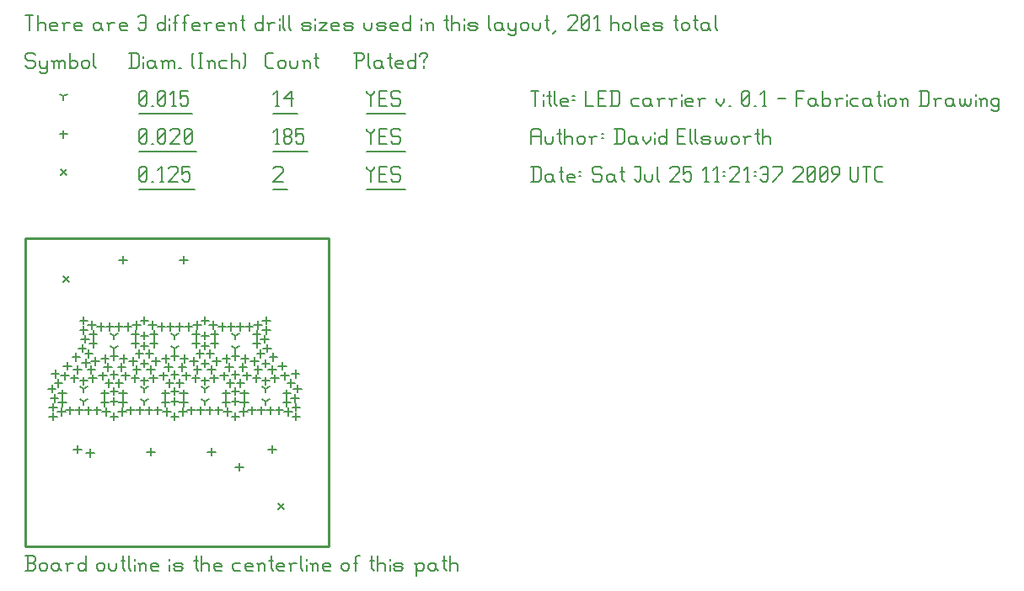
<source format=gbr>
G04 start of page 10 for group -3984 idx -3984 *
G04 Title: LED carrier v. 0.1, fab *
G04 Creator: pcb 1.99x *
G04 CreationDate: Sat Jul 25 11:21:37 2009 UTC *
G04 For: davidellsworth *
G04 Format: Gerber/RS-274X *
G04 PCB-Dimensions: 120000 122000 *
G04 PCB-Coordinate-Origin: lower left *
%MOIN*%
%FSLAX24Y24*%
%LNFAB*%
%ADD21C,0.0080*%
%ADD25C,0.0100*%
%ADD31C,0.0060*%
G54D21*X9980Y1720D02*X10220Y1480D01*
X9980D02*X10220Y1720D01*
X1480Y10720D02*X1720Y10480D01*
X1480D02*X1720Y10720D01*
X1380Y14945D02*X1620Y14705D01*
X1380D02*X1620Y14945D01*
G54D31*X13500Y15050D02*Y14975D01*
X13650Y14825D01*
X13800Y14975D01*
Y15050D02*Y14975D01*
X13650Y14825D02*Y14450D01*
X13980Y14750D02*X14205D01*
X13980Y14450D02*X14280D01*
X13980Y15050D02*Y14450D01*
Y15050D02*X14280D01*
X14760D02*X14835Y14975D01*
X14535Y15050D02*X14760D01*
X14460Y14975D02*X14535Y15050D01*
X14460Y14975D02*Y14825D01*
X14535Y14750D01*
X14760D01*
X14835Y14675D01*
Y14525D01*
X14760Y14450D02*X14835Y14525D01*
X14535Y14450D02*X14760D01*
X14460Y14525D02*X14535Y14450D01*
X13500Y14124D02*X15015D01*
X9800Y14975D02*X9875Y15050D01*
X10100D01*
X10175Y14975D01*
Y14825D01*
X9800Y14450D02*X10175Y14825D01*
X9800Y14450D02*X10175D01*
X9800Y14124D02*X10355D01*
X4500Y14525D02*X4575Y14450D01*
X4500Y14975D02*Y14525D01*
Y14975D02*X4575Y15050D01*
X4725D01*
X4800Y14975D01*
Y14525D01*
X4725Y14450D02*X4800Y14525D01*
X4575Y14450D02*X4725D01*
X4500Y14600D02*X4800Y14900D01*
X4980Y14450D02*X5055D01*
X5310D02*X5460D01*
X5385Y15050D02*Y14450D01*
X5235Y14900D02*X5385Y15050D01*
X5640Y14975D02*X5715Y15050D01*
X5940D01*
X6015Y14975D01*
Y14825D01*
X5640Y14450D02*X6015Y14825D01*
X5640Y14450D02*X6015D01*
X6195Y15050D02*X6495D01*
X6195D02*Y14750D01*
X6270Y14825D01*
X6420D01*
X6495Y14750D01*
Y14525D01*
X6420Y14450D02*X6495Y14525D01*
X6270Y14450D02*X6420D01*
X6195Y14525D02*X6270Y14450D01*
X4500Y14124D02*X6675D01*
X5699Y6630D02*Y6310D01*
X5539Y6470D02*X5859D01*
X5449Y6920D02*Y6600D01*
X5289Y6760D02*X5609D01*
X6200Y7260D02*Y6940D01*
X6040Y7100D02*X6360D01*
X6250Y11510D02*Y11190D01*
X6090Y11350D02*X6410D01*
X8450Y3310D02*Y2990D01*
X8290Y3150D02*X8610D01*
X1759Y5550D02*Y5230D01*
X1599Y5390D02*X1919D01*
X2380Y7429D02*Y7109D01*
X2220Y7269D02*X2540D01*
X3699Y6630D02*Y6310D01*
X3539Y6470D02*X3859D01*
X3949Y6920D02*Y6600D01*
X3789Y6760D02*X4109D01*
X3500Y5910D02*Y5590D01*
X3340Y5750D02*X3660D01*
X3500Y5310D02*Y4990D01*
X3340Y5150D02*X3660D01*
X3500Y6310D02*Y5990D01*
X3340Y6150D02*X3660D01*
X2550Y3860D02*Y3540D01*
X2390Y3700D02*X2710D01*
X4329Y6820D02*Y6500D01*
X4169Y6660D02*X4489D01*
X3859Y6220D02*Y5900D01*
X3699Y6060D02*X4019D01*
X1299Y6630D02*Y6310D01*
X1139Y6470D02*X1459D01*
X10760Y6409D02*Y6089D01*
X10600Y6249D02*X10920D01*
X3859Y5860D02*Y5540D01*
X3699Y5700D02*X4019D01*
X3809Y5490D02*Y5170D01*
X3649Y5330D02*X3969D01*
X4159Y5550D02*Y5230D01*
X3999Y5390D02*X4319D01*
X4519Y5550D02*Y5230D01*
X4359Y5390D02*X4679D01*
X1459Y6220D02*Y5900D01*
X1299Y6060D02*X1619D01*
X1139Y6040D02*Y5720D01*
X979Y5880D02*X1299D01*
X1089Y5680D02*Y5360D01*
X929Y5520D02*X1249D01*
X4699Y6720D02*Y6400D01*
X4539Y6560D02*X4859D01*
X5059Y6820D02*Y6500D01*
X4899Y6660D02*X5219D01*
X1459Y5860D02*Y5540D01*
X1299Y5700D02*X1619D01*
X1409Y5490D02*Y5170D01*
X1249Y5330D02*X1569D01*
X5529Y6220D02*Y5900D01*
X5369Y6060D02*X5689D01*
X5529Y5860D02*Y5540D01*
X5369Y5700D02*X5689D01*
X5579Y5490D02*Y5170D01*
X5419Y5330D02*X5739D01*
X5229Y5550D02*Y5230D01*
X5069Y5390D02*X5389D01*
X7350Y3910D02*Y3590D01*
X7190Y3750D02*X7510D01*
X4950Y3910D02*Y3590D01*
X4790Y3750D02*X5110D01*
X2050Y4010D02*Y3690D01*
X1890Y3850D02*X2210D01*
X9750Y4010D02*Y3690D01*
X9590Y3850D02*X9910D01*
X9560Y8010D02*Y7690D01*
X9400Y7850D02*X9720D01*
X2000Y7660D02*Y7340D01*
X1840Y7500D02*X2160D01*
X1650Y7310D02*Y6990D01*
X1490Y7150D02*X1810D01*
X9800Y7660D02*Y7340D01*
X9640Y7500D02*X9960D01*
X10150Y7310D02*Y6990D01*
X9990Y7150D02*X10310D01*
X10669Y6990D02*Y6670D01*
X10509Y6830D02*X10829D01*
X9500Y7410D02*Y7090D01*
X9340Y7250D02*X9660D01*
X2239Y8010D02*Y7690D01*
X2079Y7850D02*X2399D01*
X9510Y9109D02*Y8789D01*
X9350Y8949D02*X9670D01*
X9510Y8739D02*Y8419D01*
X9350Y8579D02*X9670D01*
X9460Y8379D02*Y8059D01*
X9300Y8219D02*X9620D01*
X10699Y5680D02*Y5360D01*
X10539Y5520D02*X10859D01*
X10649Y6040D02*Y5720D01*
X10489Y5880D02*X10809D01*
X10699Y5310D02*Y4990D01*
X10539Y5150D02*X10859D01*
X9750Y7160D02*Y6840D01*
X9590Y7000D02*X9910D01*
X9200Y7160D02*Y6840D01*
X9040Y7000D02*X9360D01*
X8300Y6960D02*Y6640D01*
X8140Y6800D02*X8460D01*
X9669Y5550D02*Y5230D01*
X9509Y5390D02*X9829D01*
X10029Y5550D02*Y5230D01*
X9869Y5390D02*X10189D01*
X10379Y5490D02*Y5170D01*
X10219Y5330D02*X10539D01*
X10329Y5860D02*Y5540D01*
X10169Y5700D02*X10489D01*
X10329Y6220D02*Y5900D01*
X10169Y6060D02*X10489D01*
X9859Y6820D02*Y6500D01*
X9699Y6660D02*X10019D01*
X9499Y6720D02*Y6400D01*
X9339Y6560D02*X9659D01*
X9319Y5550D02*Y5230D01*
X9159Y5390D02*X9479D01*
X8959Y5550D02*Y5230D01*
X8799Y5390D02*X9119D01*
X8609Y5490D02*Y5170D01*
X8449Y5330D02*X8769D01*
X8659Y5860D02*Y5540D01*
X8499Y5700D02*X8819D01*
X8659Y6220D02*Y5900D01*
X8499Y6060D02*X8819D01*
X9129Y6820D02*Y6500D01*
X8969Y6660D02*X9289D01*
X8300Y6310D02*Y5990D01*
X8140Y6150D02*X8460D01*
X8300Y5310D02*Y4990D01*
X8140Y5150D02*X8460D01*
X8300Y5910D02*Y5590D01*
X8140Y5750D02*X8460D01*
X8749Y6920D02*Y6600D01*
X8589Y6760D02*X8909D01*
X8499Y6630D02*Y6310D01*
X8339Y6470D02*X8659D01*
X10249Y6920D02*Y6600D01*
X10089Y6760D02*X10409D01*
X10499Y6630D02*Y6310D01*
X10339Y6470D02*X10659D01*
X7350Y7160D02*Y6840D01*
X7190Y7000D02*X7510D01*
X6800Y7160D02*Y6840D01*
X6640Y7000D02*X6960D01*
X5900Y6960D02*Y6640D01*
X5740Y6800D02*X6060D01*
X7269Y5550D02*Y5230D01*
X7109Y5390D02*X7429D01*
X7629Y5550D02*Y5230D01*
X7469Y5390D02*X7789D01*
X7979Y5490D02*Y5170D01*
X7819Y5330D02*X8139D01*
X7929Y5860D02*Y5540D01*
X7769Y5700D02*X8089D01*
X7929Y6220D02*Y5900D01*
X7769Y6060D02*X8089D01*
X7459Y6820D02*Y6500D01*
X7299Y6660D02*X7619D01*
X7099Y6720D02*Y6400D01*
X6939Y6560D02*X7259D01*
X6919Y5550D02*Y5230D01*
X6759Y5390D02*X7079D01*
X6559Y5550D02*Y5230D01*
X6399Y5390D02*X6719D01*
X6209Y5490D02*Y5170D01*
X6049Y5330D02*X6369D01*
X6259Y5860D02*Y5540D01*
X6099Y5700D02*X6419D01*
X6259Y6220D02*Y5900D01*
X6099Y6060D02*X6419D01*
X6729Y6820D02*Y6500D01*
X6569Y6660D02*X6889D01*
X5900Y6310D02*Y5990D01*
X5740Y6150D02*X6060D01*
X5900Y5310D02*Y4990D01*
X5740Y5150D02*X6060D01*
X5900Y5910D02*Y5590D01*
X5740Y5750D02*X6060D01*
X6349Y6920D02*Y6600D01*
X6189Y6760D02*X6509D01*
X6099Y6630D02*Y6310D01*
X5939Y6470D02*X6259D01*
X7849Y6920D02*Y6600D01*
X7689Y6760D02*X8009D01*
X8099Y6630D02*Y6310D01*
X7939Y6470D02*X8259D01*
X7100Y9110D02*Y8790D01*
X6940Y8950D02*X7260D01*
X7100Y8510D02*Y8190D01*
X6940Y8350D02*X7260D01*
X7100Y7410D02*Y7090D01*
X6940Y7250D02*X7260D01*
X8840Y8869D02*Y8549D01*
X8680Y8709D02*X9000D01*
X8480Y8869D02*Y8549D01*
X8320Y8709D02*X8640D01*
X9190Y8929D02*Y8609D01*
X9030Y8769D02*X9350D01*
X9140Y8559D02*Y8239D01*
X8980Y8399D02*X9300D01*
X9050Y7499D02*Y7179D01*
X8890Y7339D02*X9210D01*
X8130Y8869D02*Y8549D01*
X7970Y8709D02*X8290D01*
X7770Y8869D02*Y8549D01*
X7610Y8709D02*X7930D01*
X7420Y8929D02*Y8609D01*
X7260Y8769D02*X7580D01*
X7470Y8559D02*Y8239D01*
X7310Y8399D02*X7630D01*
X7470Y8199D02*Y7879D01*
X7310Y8039D02*X7630D01*
X7300Y7789D02*Y7469D01*
X7140Y7629D02*X7460D01*
X7550Y7499D02*Y7179D01*
X7390Y7339D02*X7710D01*
X7940Y7599D02*Y7279D01*
X7780Y7439D02*X8100D01*
X8300Y7699D02*Y7379D01*
X8140Y7539D02*X8460D01*
X8670Y7599D02*Y7279D01*
X8510Y7439D02*X8830D01*
X8600Y7260D02*Y6940D01*
X8440Y7100D02*X8760D01*
X9300Y7789D02*Y7469D01*
X9140Y7629D02*X9460D01*
X9140Y8199D02*Y7879D01*
X8980Y8039D02*X9300D01*
X8050Y7260D02*Y6940D01*
X7890Y7100D02*X8210D01*
X7100Y8110D02*Y7790D01*
X6940Y7950D02*X7260D01*
X5650Y7260D02*Y6940D01*
X5490Y7100D02*X5810D01*
X2600Y7160D02*Y6840D01*
X2440Y7000D02*X2760D01*
X2050Y7160D02*Y6840D01*
X1890Y7000D02*X2210D01*
X4950Y7160D02*Y6840D01*
X4790Y7000D02*X5110D01*
X4400Y7160D02*Y6840D01*
X4240Y7000D02*X4560D01*
X3800Y7260D02*Y6940D01*
X3640Y7100D02*X3960D01*
X3250Y7260D02*Y6940D01*
X3090Y7100D02*X3410D01*
X3500Y6960D02*Y6640D01*
X3340Y6800D02*X3660D01*
X1039Y6409D02*Y6089D01*
X879Y6249D02*X1199D01*
X2500Y7789D02*Y7469D01*
X2340Y7629D02*X2660D01*
X2750Y7499D02*Y7179D01*
X2590Y7339D02*X2910D01*
X3140Y7599D02*Y7279D01*
X2980Y7439D02*X3300D01*
X3500Y7699D02*Y7379D01*
X3340Y7539D02*X3660D01*
X6740Y8199D02*Y7879D01*
X6580Y8039D02*X6900D01*
X2300Y9109D02*Y8789D01*
X2140Y8949D02*X2460D01*
X6900Y7789D02*Y7469D01*
X6740Y7629D02*X7060D01*
X3680Y8869D02*Y8549D01*
X3520Y8709D02*X3840D01*
X4040Y8869D02*Y8549D01*
X3880Y8709D02*X4200D01*
X4390Y8929D02*Y8609D01*
X4230Y8769D02*X4550D01*
X4340Y8559D02*Y8239D01*
X4180Y8399D02*X4500D01*
X4340Y8199D02*Y7879D01*
X4180Y8039D02*X4500D01*
X3870Y7599D02*Y7279D01*
X3710Y7439D02*X4030D01*
X4700Y8110D02*Y7790D01*
X4540Y7950D02*X4860D01*
X4700Y9110D02*Y8790D01*
X4540Y8950D02*X4860D01*
X4700Y8510D02*Y8190D01*
X4540Y8350D02*X4860D01*
X4250Y7499D02*Y7179D01*
X4090Y7339D02*X4410D01*
X4500Y7789D02*Y7469D01*
X4340Y7629D02*X4660D01*
X4700Y7410D02*Y7090D01*
X4540Y7250D02*X4860D01*
X6440Y8869D02*Y8549D01*
X6280Y8709D02*X6600D01*
X6080Y8869D02*Y8549D01*
X5920Y8709D02*X6240D01*
X6790Y8929D02*Y8609D01*
X6630Y8769D02*X6950D01*
X6740Y8559D02*Y8239D01*
X6580Y8399D02*X6900D01*
X2350Y8379D02*Y8059D01*
X2190Y8219D02*X2510D01*
X2300Y8739D02*Y8419D01*
X2140Y8579D02*X2460D01*
X2670Y8559D02*Y8239D01*
X2510Y8399D02*X2830D01*
X2620Y8929D02*Y8609D01*
X2460Y8769D02*X2780D01*
X2970Y8869D02*Y8549D01*
X2810Y8709D02*X3130D01*
X3330Y8869D02*Y8549D01*
X3170Y8709D02*X3490D01*
X6650Y7499D02*Y7179D01*
X6490Y7339D02*X6810D01*
X5730Y8869D02*Y8549D01*
X5570Y8709D02*X5890D01*
X5370Y8869D02*Y8549D01*
X5210Y8709D02*X5530D01*
X5020Y8929D02*Y8609D01*
X4860Y8769D02*X5180D01*
X5070Y8559D02*Y8239D01*
X4910Y8399D02*X5230D01*
X5070Y8199D02*Y7879D01*
X4910Y8039D02*X5230D01*
X4900Y7789D02*Y7469D01*
X4740Y7629D02*X5060D01*
X5150Y7499D02*Y7179D01*
X4990Y7339D02*X5310D01*
X5540Y7599D02*Y7279D01*
X5380Y7439D02*X5700D01*
X5900Y7699D02*Y7379D01*
X5740Y7539D02*X6060D01*
X6270Y7599D02*Y7279D01*
X6110Y7439D02*X6430D01*
X2670Y8199D02*Y7879D01*
X2510Y8039D02*X2830D01*
X2119Y5550D02*Y5230D01*
X1959Y5390D02*X2279D01*
X1169Y6990D02*Y6670D01*
X1009Y6830D02*X1329D01*
X1929Y6820D02*Y6500D01*
X1769Y6660D02*X2089D01*
X2299Y6720D02*Y6400D01*
X2139Y6560D02*X2459D01*
X2659Y6820D02*Y6500D01*
X2499Y6660D02*X2819D01*
X3049Y6920D02*Y6600D01*
X2889Y6760D02*X3209D01*
X3299Y6630D02*Y6310D01*
X3139Y6470D02*X3459D01*
X1089Y5310D02*Y4990D01*
X929Y5150D02*X1249D01*
X3129Y6220D02*Y5900D01*
X2969Y6060D02*X3289D01*
X3129Y5860D02*Y5540D01*
X2969Y5700D02*X3289D01*
X3179Y5490D02*Y5170D01*
X3019Y5330D02*X3339D01*
X2829Y5550D02*Y5230D01*
X2669Y5390D02*X2989D01*
X2469Y5550D02*Y5230D01*
X2309Y5390D02*X2629D01*
X1549Y6920D02*Y6600D01*
X1389Y6760D02*X1709D01*
X4869Y5550D02*Y5230D01*
X4709Y5390D02*X5029D01*
X3850Y11510D02*Y11190D01*
X3690Y11350D02*X4010D01*
X1500Y16485D02*Y16165D01*
X1340Y16325D02*X1660D01*
X13500Y16550D02*Y16475D01*
X13650Y16325D01*
X13800Y16475D01*
Y16550D02*Y16475D01*
X13650Y16325D02*Y15950D01*
X13980Y16250D02*X14205D01*
X13980Y15950D02*X14280D01*
X13980Y16550D02*Y15950D01*
Y16550D02*X14280D01*
X14760D02*X14835Y16475D01*
X14535Y16550D02*X14760D01*
X14460Y16475D02*X14535Y16550D01*
X14460Y16475D02*Y16325D01*
X14535Y16250D01*
X14760D01*
X14835Y16175D01*
Y16025D01*
X14760Y15950D02*X14835Y16025D01*
X14535Y15950D02*X14760D01*
X14460Y16025D02*X14535Y15950D01*
X13500Y15624D02*X15015D01*
X9875Y15950D02*X10025D01*
X9950Y16550D02*Y15950D01*
X9800Y16400D02*X9950Y16550D01*
X10205Y16025D02*X10280Y15950D01*
X10205Y16175D02*Y16025D01*
Y16175D02*X10280Y16250D01*
X10430D01*
X10505Y16175D01*
Y16025D01*
X10430Y15950D02*X10505Y16025D01*
X10280Y15950D02*X10430D01*
X10205Y16325D02*X10280Y16250D01*
X10205Y16475D02*Y16325D01*
Y16475D02*X10280Y16550D01*
X10430D01*
X10505Y16475D01*
Y16325D01*
X10430Y16250D02*X10505Y16325D01*
X10685Y16550D02*X10985D01*
X10685D02*Y16250D01*
X10760Y16325D01*
X10910D01*
X10985Y16250D01*
Y16025D01*
X10910Y15950D02*X10985Y16025D01*
X10760Y15950D02*X10910D01*
X10685Y16025D02*X10760Y15950D01*
X9800Y15624D02*X11165D01*
X4500Y16025D02*X4575Y15950D01*
X4500Y16475D02*Y16025D01*
Y16475D02*X4575Y16550D01*
X4725D01*
X4800Y16475D01*
Y16025D01*
X4725Y15950D02*X4800Y16025D01*
X4575Y15950D02*X4725D01*
X4500Y16100D02*X4800Y16400D01*
X4980Y15950D02*X5055D01*
X5235Y16025D02*X5310Y15950D01*
X5235Y16475D02*Y16025D01*
Y16475D02*X5310Y16550D01*
X5460D01*
X5535Y16475D01*
Y16025D01*
X5460Y15950D02*X5535Y16025D01*
X5310Y15950D02*X5460D01*
X5235Y16100D02*X5535Y16400D01*
X5715Y16475D02*X5790Y16550D01*
X6015D01*
X6090Y16475D01*
Y16325D01*
X5715Y15950D02*X6090Y16325D01*
X5715Y15950D02*X6090D01*
X6270Y16025D02*X6345Y15950D01*
X6270Y16475D02*Y16025D01*
Y16475D02*X6345Y16550D01*
X6495D01*
X6570Y16475D01*
Y16025D01*
X6495Y15950D02*X6570Y16025D01*
X6345Y15950D02*X6495D01*
X6270Y16100D02*X6570Y16400D01*
X4500Y15624D02*X6750D01*
X9499Y5750D02*Y5590D01*
Y5750D02*X9638Y5830D01*
X9499Y5750D02*X9361Y5830D01*
X9499Y6250D02*Y6090D01*
Y6250D02*X9638Y6330D01*
X9499Y6250D02*X9361Y6330D01*
X7099Y5750D02*Y5590D01*
Y5750D02*X7238Y5830D01*
X7099Y5750D02*X6961Y5830D01*
X7099Y6250D02*Y6090D01*
Y6250D02*X7238Y6330D01*
X7099Y6250D02*X6961Y6330D01*
X8300Y8349D02*Y8189D01*
Y8349D02*X8438Y8429D01*
X8300Y8349D02*X8161Y8429D01*
X8300Y7849D02*Y7689D01*
Y7849D02*X8438Y7929D01*
X8300Y7849D02*X8161Y7929D01*
X3500Y7849D02*Y7689D01*
Y7849D02*X3638Y7929D01*
X3500Y7849D02*X3361Y7929D01*
X3500Y8349D02*Y8189D01*
Y8349D02*X3638Y8429D01*
X3500Y8349D02*X3361Y8429D01*
X5900Y8349D02*Y8189D01*
Y8349D02*X6038Y8429D01*
X5900Y8349D02*X5761Y8429D01*
X5900Y7849D02*Y7689D01*
Y7849D02*X6038Y7929D01*
X5900Y7849D02*X5761Y7929D01*
X2299Y6250D02*Y6090D01*
Y6250D02*X2438Y6330D01*
X2299Y6250D02*X2161Y6330D01*
X2299Y5750D02*Y5590D01*
Y5750D02*X2438Y5830D01*
X2299Y5750D02*X2161Y5830D01*
X4699Y5750D02*Y5590D01*
Y5750D02*X4838Y5830D01*
X4699Y5750D02*X4561Y5830D01*
X4699Y6250D02*Y6090D01*
Y6250D02*X4838Y6330D01*
X4699Y6250D02*X4561Y6330D01*
X1500Y17825D02*Y17665D01*
Y17825D02*X1638Y17905D01*
X1500Y17825D02*X1361Y17905D01*
X13500Y18050D02*Y17975D01*
X13650Y17825D01*
X13800Y17975D01*
Y18050D02*Y17975D01*
X13650Y17825D02*Y17450D01*
X13980Y17750D02*X14205D01*
X13980Y17450D02*X14280D01*
X13980Y18050D02*Y17450D01*
Y18050D02*X14280D01*
X14760D02*X14835Y17975D01*
X14535Y18050D02*X14760D01*
X14460Y17975D02*X14535Y18050D01*
X14460Y17975D02*Y17825D01*
X14535Y17750D01*
X14760D01*
X14835Y17675D01*
Y17525D01*
X14760Y17450D02*X14835Y17525D01*
X14535Y17450D02*X14760D01*
X14460Y17525D02*X14535Y17450D01*
X13500Y17124D02*X15015D01*
X9875Y17450D02*X10025D01*
X9950Y18050D02*Y17450D01*
X9800Y17900D02*X9950Y18050D01*
X10205Y17750D02*X10505Y18050D01*
X10205Y17750D02*X10580D01*
X10505Y18050D02*Y17450D01*
X9800Y17124D02*X10760D01*
X4500Y17525D02*X4575Y17450D01*
X4500Y17975D02*Y17525D01*
Y17975D02*X4575Y18050D01*
X4725D01*
X4800Y17975D01*
Y17525D01*
X4725Y17450D02*X4800Y17525D01*
X4575Y17450D02*X4725D01*
X4500Y17600D02*X4800Y17900D01*
X4980Y17450D02*X5055D01*
X5235Y17525D02*X5310Y17450D01*
X5235Y17975D02*Y17525D01*
Y17975D02*X5310Y18050D01*
X5460D01*
X5535Y17975D01*
Y17525D01*
X5460Y17450D02*X5535Y17525D01*
X5310Y17450D02*X5460D01*
X5235Y17600D02*X5535Y17900D01*
X5790Y17450D02*X5940D01*
X5865Y18050D02*Y17450D01*
X5715Y17900D02*X5865Y18050D01*
X6120D02*X6420D01*
X6120D02*Y17750D01*
X6195Y17825D01*
X6345D01*
X6420Y17750D01*
Y17525D01*
X6345Y17450D02*X6420Y17525D01*
X6195Y17450D02*X6345D01*
X6120Y17525D02*X6195Y17450D01*
X4500Y17124D02*X6600D01*
X300Y19550D02*X375Y19475D01*
X75Y19550D02*X300D01*
X0Y19475D02*X75Y19550D01*
X0Y19475D02*Y19325D01*
X75Y19250D01*
X300D01*
X375Y19175D01*
Y19025D01*
X300Y18950D02*X375Y19025D01*
X75Y18950D02*X300D01*
X0Y19025D02*X75Y18950D01*
X555Y19250D02*Y19025D01*
X630Y18950D01*
X855Y19250D02*Y18800D01*
X780Y18725D02*X855Y18800D01*
X630Y18725D02*X780D01*
X555Y18800D02*X630Y18725D01*
Y18950D02*X780D01*
X855Y19025D01*
X1110Y19175D02*Y18950D01*
Y19175D02*X1185Y19250D01*
X1260D01*
X1335Y19175D01*
Y18950D01*
Y19175D02*X1410Y19250D01*
X1485D01*
X1560Y19175D01*
Y18950D01*
X1035Y19250D02*X1110Y19175D01*
X1740Y19550D02*Y18950D01*
Y19025D02*X1815Y18950D01*
X1965D01*
X2040Y19025D01*
Y19175D02*Y19025D01*
X1965Y19250D02*X2040Y19175D01*
X1815Y19250D02*X1965D01*
X1740Y19175D02*X1815Y19250D01*
X2220Y19175D02*Y19025D01*
Y19175D02*X2295Y19250D01*
X2445D01*
X2520Y19175D01*
Y19025D01*
X2445Y18950D02*X2520Y19025D01*
X2295Y18950D02*X2445D01*
X2220Y19025D02*X2295Y18950D01*
X2700Y19550D02*Y19025D01*
X2775Y18950D01*
X4175Y19550D02*Y18950D01*
X4400Y19550D02*X4475Y19475D01*
Y19025D01*
X4400Y18950D02*X4475Y19025D01*
X4100Y18950D02*X4400D01*
X4100Y19550D02*X4400D01*
X4655Y19400D02*Y19325D01*
Y19175D02*Y18950D01*
X5030Y19250D02*X5105Y19175D01*
X4880Y19250D02*X5030D01*
X4805Y19175D02*X4880Y19250D01*
X4805Y19175D02*Y19025D01*
X4880Y18950D01*
X5105Y19250D02*Y19025D01*
X5180Y18950D01*
X4880D02*X5030D01*
X5105Y19025D01*
X5435Y19175D02*Y18950D01*
Y19175D02*X5510Y19250D01*
X5585D01*
X5660Y19175D01*
Y18950D01*
Y19175D02*X5735Y19250D01*
X5810D01*
X5885Y19175D01*
Y18950D01*
X5360Y19250D02*X5435Y19175D01*
X6065Y18950D02*X6140D01*
X6590Y19025D02*X6665Y18950D01*
X6590Y19475D02*X6665Y19550D01*
X6590Y19475D02*Y19025D01*
X6845Y19550D02*X6995D01*
X6920D02*Y18950D01*
X6845D02*X6995D01*
X7251Y19175D02*Y18950D01*
Y19175D02*X7326Y19250D01*
X7401D01*
X7476Y19175D01*
Y18950D01*
X7176Y19250D02*X7251Y19175D01*
X7731Y19250D02*X7956D01*
X7656Y19175D02*X7731Y19250D01*
X7656Y19175D02*Y19025D01*
X7731Y18950D01*
X7956D01*
X8136Y19550D02*Y18950D01*
Y19175D02*X8211Y19250D01*
X8361D01*
X8436Y19175D01*
Y18950D01*
X8616Y19550D02*X8691Y19475D01*
Y19025D01*
X8616Y18950D02*X8691Y19025D01*
X9575Y18950D02*X9800D01*
X9500Y19025D02*X9575Y18950D01*
X9500Y19475D02*Y19025D01*
Y19475D02*X9575Y19550D01*
X9800D01*
X9980Y19175D02*Y19025D01*
Y19175D02*X10055Y19250D01*
X10205D01*
X10280Y19175D01*
Y19025D01*
X10205Y18950D02*X10280Y19025D01*
X10055Y18950D02*X10205D01*
X9980Y19025D02*X10055Y18950D01*
X10460Y19250D02*Y19025D01*
X10535Y18950D01*
X10685D01*
X10760Y19025D01*
Y19250D02*Y19025D01*
X11015Y19175D02*Y18950D01*
Y19175D02*X11090Y19250D01*
X11165D01*
X11240Y19175D01*
Y18950D01*
X10940Y19250D02*X11015Y19175D01*
X11495Y19550D02*Y19025D01*
X11570Y18950D01*
X11420Y19325D02*X11570D01*
X13075Y19550D02*Y18950D01*
X13000Y19550D02*X13300D01*
X13375Y19475D01*
Y19325D01*
X13300Y19250D02*X13375Y19325D01*
X13075Y19250D02*X13300D01*
X13555Y19550D02*Y19025D01*
X13630Y18950D01*
X14005Y19250D02*X14080Y19175D01*
X13855Y19250D02*X14005D01*
X13780Y19175D02*X13855Y19250D01*
X13780Y19175D02*Y19025D01*
X13855Y18950D01*
X14080Y19250D02*Y19025D01*
X14155Y18950D01*
X13855D02*X14005D01*
X14080Y19025D01*
X14410Y19550D02*Y19025D01*
X14485Y18950D01*
X14335Y19325D02*X14485D01*
X14710Y18950D02*X14935D01*
X14635Y19025D02*X14710Y18950D01*
X14635Y19175D02*Y19025D01*
Y19175D02*X14710Y19250D01*
X14860D01*
X14935Y19175D01*
X14635Y19100D02*X14935D01*
Y19175D02*Y19100D01*
X15415Y19550D02*Y18950D01*
X15340D02*X15415Y19025D01*
X15190Y18950D02*X15340D01*
X15115Y19025D02*X15190Y18950D01*
X15115Y19175D02*Y19025D01*
Y19175D02*X15190Y19250D01*
X15340D01*
X15415Y19175D01*
X15745Y19250D02*Y19175D01*
Y19025D02*Y18950D01*
X15595Y19475D02*Y19400D01*
Y19475D02*X15670Y19550D01*
X15820D01*
X15895Y19475D01*
Y19400D01*
X15745Y19250D02*X15895Y19400D01*
X0Y21050D02*X300D01*
X150D02*Y20450D01*
X480Y21050D02*Y20450D01*
Y20675D02*X555Y20750D01*
X705D01*
X780Y20675D01*
Y20450D01*
X1035D02*X1260D01*
X960Y20525D02*X1035Y20450D01*
X960Y20675D02*Y20525D01*
Y20675D02*X1035Y20750D01*
X1185D01*
X1260Y20675D01*
X960Y20600D02*X1260D01*
Y20675D02*Y20600D01*
X1515Y20675D02*Y20450D01*
Y20675D02*X1590Y20750D01*
X1740D01*
X1440D02*X1515Y20675D01*
X1995Y20450D02*X2220D01*
X1920Y20525D02*X1995Y20450D01*
X1920Y20675D02*Y20525D01*
Y20675D02*X1995Y20750D01*
X2145D01*
X2220Y20675D01*
X1920Y20600D02*X2220D01*
Y20675D02*Y20600D01*
X2895Y20750D02*X2970Y20675D01*
X2745Y20750D02*X2895D01*
X2670Y20675D02*X2745Y20750D01*
X2670Y20675D02*Y20525D01*
X2745Y20450D01*
X2970Y20750D02*Y20525D01*
X3045Y20450D01*
X2745D02*X2895D01*
X2970Y20525D01*
X3300Y20675D02*Y20450D01*
Y20675D02*X3375Y20750D01*
X3525D01*
X3225D02*X3300Y20675D01*
X3781Y20450D02*X4006D01*
X3706Y20525D02*X3781Y20450D01*
X3706Y20675D02*Y20525D01*
Y20675D02*X3781Y20750D01*
X3931D01*
X4006Y20675D01*
X3706Y20600D02*X4006D01*
Y20675D02*Y20600D01*
X4456Y20975D02*X4531Y21050D01*
X4681D01*
X4756Y20975D01*
Y20525D01*
X4681Y20450D02*X4756Y20525D01*
X4531Y20450D02*X4681D01*
X4456Y20525D02*X4531Y20450D01*
Y20750D02*X4756D01*
X5506Y21050D02*Y20450D01*
X5431D02*X5506Y20525D01*
X5281Y20450D02*X5431D01*
X5206Y20525D02*X5281Y20450D01*
X5206Y20675D02*Y20525D01*
Y20675D02*X5281Y20750D01*
X5431D01*
X5506Y20675D01*
X5686Y20900D02*Y20825D01*
Y20675D02*Y20450D01*
X5911Y20975D02*Y20450D01*
Y20975D02*X5986Y21050D01*
X6061D01*
X5836Y20750D02*X5986D01*
X6286Y20975D02*Y20450D01*
Y20975D02*X6361Y21050D01*
X6436D01*
X6211Y20750D02*X6361D01*
X6661Y20450D02*X6886D01*
X6586Y20525D02*X6661Y20450D01*
X6586Y20675D02*Y20525D01*
Y20675D02*X6661Y20750D01*
X6811D01*
X6886Y20675D01*
X6586Y20600D02*X6886D01*
Y20675D02*Y20600D01*
X7142Y20675D02*Y20450D01*
Y20675D02*X7217Y20750D01*
X7367D01*
X7067D02*X7142Y20675D01*
X7622Y20450D02*X7847D01*
X7547Y20525D02*X7622Y20450D01*
X7547Y20675D02*Y20525D01*
Y20675D02*X7622Y20750D01*
X7772D01*
X7847Y20675D01*
X7547Y20600D02*X7847D01*
Y20675D02*Y20600D01*
X8102Y20675D02*Y20450D01*
Y20675D02*X8177Y20750D01*
X8252D01*
X8327Y20675D01*
Y20450D01*
X8027Y20750D02*X8102Y20675D01*
X8582Y21050D02*Y20525D01*
X8657Y20450D01*
X8507Y20825D02*X8657D01*
X9377Y21050D02*Y20450D01*
X9302D02*X9377Y20525D01*
X9152Y20450D02*X9302D01*
X9077Y20525D02*X9152Y20450D01*
X9077Y20675D02*Y20525D01*
Y20675D02*X9152Y20750D01*
X9302D01*
X9377Y20675D01*
X9632D02*Y20450D01*
Y20675D02*X9707Y20750D01*
X9857D01*
X9557D02*X9632Y20675D01*
X10038Y20900D02*Y20825D01*
Y20675D02*Y20450D01*
X10188Y21050D02*Y20525D01*
X10263Y20450D01*
X10413Y21050D02*Y20525D01*
X10488Y20450D01*
X10983D02*X11208D01*
X11283Y20525D01*
X11208Y20600D02*X11283Y20525D01*
X10983Y20600D02*X11208D01*
X10908Y20675D02*X10983Y20600D01*
X10908Y20675D02*X10983Y20750D01*
X11208D01*
X11283Y20675D01*
X10908Y20525D02*X10983Y20450D01*
X11463Y20900D02*Y20825D01*
Y20675D02*Y20450D01*
X11613Y20750D02*X11913D01*
X11613Y20450D02*X11913Y20750D01*
X11613Y20450D02*X11913D01*
X12168D02*X12393D01*
X12093Y20525D02*X12168Y20450D01*
X12093Y20675D02*Y20525D01*
Y20675D02*X12168Y20750D01*
X12318D01*
X12393Y20675D01*
X12093Y20600D02*X12393D01*
Y20675D02*Y20600D01*
X12649Y20450D02*X12874D01*
X12949Y20525D01*
X12874Y20600D02*X12949Y20525D01*
X12649Y20600D02*X12874D01*
X12574Y20675D02*X12649Y20600D01*
X12574Y20675D02*X12649Y20750D01*
X12874D01*
X12949Y20675D01*
X12574Y20525D02*X12649Y20450D01*
X13399Y20750D02*Y20525D01*
X13474Y20450D01*
X13624D01*
X13699Y20525D01*
Y20750D02*Y20525D01*
X13954Y20450D02*X14179D01*
X14254Y20525D01*
X14179Y20600D02*X14254Y20525D01*
X13954Y20600D02*X14179D01*
X13879Y20675D02*X13954Y20600D01*
X13879Y20675D02*X13954Y20750D01*
X14179D01*
X14254Y20675D01*
X13879Y20525D02*X13954Y20450D01*
X14509D02*X14734D01*
X14434Y20525D02*X14509Y20450D01*
X14434Y20675D02*Y20525D01*
Y20675D02*X14509Y20750D01*
X14659D01*
X14734Y20675D01*
X14434Y20600D02*X14734D01*
Y20675D02*Y20600D01*
X15214Y21050D02*Y20450D01*
X15139D02*X15214Y20525D01*
X14989Y20450D02*X15139D01*
X14914Y20525D02*X14989Y20450D01*
X14914Y20675D02*Y20525D01*
Y20675D02*X14989Y20750D01*
X15139D01*
X15214Y20675D01*
X15664Y20900D02*Y20825D01*
Y20675D02*Y20450D01*
X15889Y20675D02*Y20450D01*
Y20675D02*X15964Y20750D01*
X16039D01*
X16114Y20675D01*
Y20450D01*
X15814Y20750D02*X15889Y20675D01*
X16640Y21050D02*Y20525D01*
X16715Y20450D01*
X16565Y20825D02*X16715D01*
X16865Y21050D02*Y20450D01*
Y20675D02*X16940Y20750D01*
X17090D01*
X17165Y20675D01*
Y20450D01*
X17345Y20900D02*Y20825D01*
Y20675D02*Y20450D01*
X17570D02*X17795D01*
X17870Y20525D01*
X17795Y20600D02*X17870Y20525D01*
X17570Y20600D02*X17795D01*
X17495Y20675D02*X17570Y20600D01*
X17495Y20675D02*X17570Y20750D01*
X17795D01*
X17870Y20675D01*
X17495Y20525D02*X17570Y20450D01*
X18320Y21050D02*Y20525D01*
X18395Y20450D01*
X18770Y20750D02*X18845Y20675D01*
X18620Y20750D02*X18770D01*
X18545Y20675D02*X18620Y20750D01*
X18545Y20675D02*Y20525D01*
X18620Y20450D01*
X18845Y20750D02*Y20525D01*
X18920Y20450D01*
X18620D02*X18770D01*
X18845Y20525D01*
X19101Y20750D02*Y20525D01*
X19176Y20450D01*
X19401Y20750D02*Y20300D01*
X19326Y20225D02*X19401Y20300D01*
X19176Y20225D02*X19326D01*
X19101Y20300D02*X19176Y20225D01*
Y20450D02*X19326D01*
X19401Y20525D01*
X19581Y20675D02*Y20525D01*
Y20675D02*X19656Y20750D01*
X19806D01*
X19881Y20675D01*
Y20525D01*
X19806Y20450D02*X19881Y20525D01*
X19656Y20450D02*X19806D01*
X19581Y20525D02*X19656Y20450D01*
X20061Y20750D02*Y20525D01*
X20136Y20450D01*
X20286D01*
X20361Y20525D01*
Y20750D02*Y20525D01*
X20616Y21050D02*Y20525D01*
X20691Y20450D01*
X20541Y20825D02*X20691D01*
X20841Y20300D02*X20991Y20450D01*
X21441Y20975D02*X21516Y21050D01*
X21741D01*
X21816Y20975D01*
Y20825D01*
X21441Y20450D02*X21816Y20825D01*
X21441Y20450D02*X21816D01*
X21996Y20525D02*X22071Y20450D01*
X21996Y20975D02*Y20525D01*
Y20975D02*X22071Y21050D01*
X22221D01*
X22296Y20975D01*
Y20525D01*
X22221Y20450D02*X22296Y20525D01*
X22071Y20450D02*X22221D01*
X21996Y20600D02*X22296Y20900D01*
X22552Y20450D02*X22702D01*
X22627Y21050D02*Y20450D01*
X22477Y20900D02*X22627Y21050D01*
X23152D02*Y20450D01*
Y20675D02*X23227Y20750D01*
X23377D01*
X23452Y20675D01*
Y20450D01*
X23632Y20675D02*Y20525D01*
Y20675D02*X23707Y20750D01*
X23857D01*
X23932Y20675D01*
Y20525D01*
X23857Y20450D02*X23932Y20525D01*
X23707Y20450D02*X23857D01*
X23632Y20525D02*X23707Y20450D01*
X24112Y21050D02*Y20525D01*
X24187Y20450D01*
X24412D02*X24637D01*
X24337Y20525D02*X24412Y20450D01*
X24337Y20675D02*Y20525D01*
Y20675D02*X24412Y20750D01*
X24562D01*
X24637Y20675D01*
X24337Y20600D02*X24637D01*
Y20675D02*Y20600D01*
X24892Y20450D02*X25117D01*
X25192Y20525D01*
X25117Y20600D02*X25192Y20525D01*
X24892Y20600D02*X25117D01*
X24817Y20675D02*X24892Y20600D01*
X24817Y20675D02*X24892Y20750D01*
X25117D01*
X25192Y20675D01*
X24817Y20525D02*X24892Y20450D01*
X25717Y21050D02*Y20525D01*
X25792Y20450D01*
X25642Y20825D02*X25792D01*
X25943Y20675D02*Y20525D01*
Y20675D02*X26018Y20750D01*
X26168D01*
X26243Y20675D01*
Y20525D01*
X26168Y20450D02*X26243Y20525D01*
X26018Y20450D02*X26168D01*
X25943Y20525D02*X26018Y20450D01*
X26498Y21050D02*Y20525D01*
X26573Y20450D01*
X26423Y20825D02*X26573D01*
X26948Y20750D02*X27023Y20675D01*
X26798Y20750D02*X26948D01*
X26723Y20675D02*X26798Y20750D01*
X26723Y20675D02*Y20525D01*
X26798Y20450D01*
X27023Y20750D02*Y20525D01*
X27098Y20450D01*
X26798D02*X26948D01*
X27023Y20525D01*
X27278Y21050D02*Y20525D01*
X27353Y20450D01*
G54D25*X12000Y12200D02*X0D01*
Y0D01*
X12000D02*Y12200D01*
Y0D02*X0D01*
G54D31*Y-950D02*X300D01*
X375Y-875D01*
Y-725D02*Y-875D01*
X300Y-650D02*X375Y-725D01*
X75Y-650D02*X300D01*
X75Y-350D02*Y-950D01*
X0Y-350D02*X300D01*
X375Y-425D01*
Y-575D01*
X300Y-650D02*X375Y-575D01*
X555Y-725D02*Y-875D01*
Y-725D02*X630Y-650D01*
X780D01*
X855Y-725D01*
Y-875D01*
X780Y-950D02*X855Y-875D01*
X630Y-950D02*X780D01*
X555Y-875D02*X630Y-950D01*
X1260Y-650D02*X1335Y-725D01*
X1110Y-650D02*X1260D01*
X1035Y-725D02*X1110Y-650D01*
X1035Y-725D02*Y-875D01*
X1110Y-950D01*
X1335Y-650D02*Y-875D01*
X1410Y-950D01*
X1110D02*X1260D01*
X1335Y-875D01*
X1665Y-725D02*Y-950D01*
Y-725D02*X1740Y-650D01*
X1890D01*
X1590D02*X1665Y-725D01*
X2370Y-350D02*Y-950D01*
X2295D02*X2370Y-875D01*
X2145Y-950D02*X2295D01*
X2070Y-875D02*X2145Y-950D01*
X2070Y-725D02*Y-875D01*
Y-725D02*X2145Y-650D01*
X2295D01*
X2370Y-725D01*
X2820D02*Y-875D01*
Y-725D02*X2895Y-650D01*
X3045D01*
X3120Y-725D01*
Y-875D01*
X3045Y-950D02*X3120Y-875D01*
X2895Y-950D02*X3045D01*
X2820Y-875D02*X2895Y-950D01*
X3300Y-650D02*Y-875D01*
X3375Y-950D01*
X3525D01*
X3600Y-875D01*
Y-650D02*Y-875D01*
X3856Y-350D02*Y-875D01*
X3931Y-950D01*
X3781Y-575D02*X3931D01*
X4081Y-350D02*Y-875D01*
X4156Y-950D01*
X4306Y-500D02*Y-575D01*
Y-725D02*Y-950D01*
X4531Y-725D02*Y-950D01*
Y-725D02*X4606Y-650D01*
X4681D01*
X4756Y-725D01*
Y-950D01*
X4456Y-650D02*X4531Y-725D01*
X5011Y-950D02*X5236D01*
X4936Y-875D02*X5011Y-950D01*
X4936Y-725D02*Y-875D01*
Y-725D02*X5011Y-650D01*
X5161D01*
X5236Y-725D01*
X4936Y-800D02*X5236D01*
Y-725D02*Y-800D01*
X5686Y-500D02*Y-575D01*
Y-725D02*Y-950D01*
X5911D02*X6136D01*
X6211Y-875D01*
X6136Y-800D02*X6211Y-875D01*
X5911Y-800D02*X6136D01*
X5836Y-725D02*X5911Y-800D01*
X5836Y-725D02*X5911Y-650D01*
X6136D01*
X6211Y-725D01*
X5836Y-875D02*X5911Y-950D01*
X6737Y-350D02*Y-875D01*
X6812Y-950D01*
X6662Y-575D02*X6812D01*
X6962Y-350D02*Y-950D01*
Y-725D02*X7037Y-650D01*
X7187D01*
X7262Y-725D01*
Y-950D01*
X7517D02*X7742D01*
X7442Y-875D02*X7517Y-950D01*
X7442Y-725D02*Y-875D01*
Y-725D02*X7517Y-650D01*
X7667D01*
X7742Y-725D01*
X7442Y-800D02*X7742D01*
Y-725D02*Y-800D01*
X8267Y-650D02*X8492D01*
X8192Y-725D02*X8267Y-650D01*
X8192Y-725D02*Y-875D01*
X8267Y-950D01*
X8492D01*
X8747D02*X8972D01*
X8672Y-875D02*X8747Y-950D01*
X8672Y-725D02*Y-875D01*
Y-725D02*X8747Y-650D01*
X8897D01*
X8972Y-725D01*
X8672Y-800D02*X8972D01*
Y-725D02*Y-800D01*
X9227Y-725D02*Y-950D01*
Y-725D02*X9302Y-650D01*
X9377D01*
X9452Y-725D01*
Y-950D01*
X9152Y-650D02*X9227Y-725D01*
X9708Y-350D02*Y-875D01*
X9783Y-950D01*
X9633Y-575D02*X9783D01*
X10008Y-950D02*X10233D01*
X9933Y-875D02*X10008Y-950D01*
X9933Y-725D02*Y-875D01*
Y-725D02*X10008Y-650D01*
X10158D01*
X10233Y-725D01*
X9933Y-800D02*X10233D01*
Y-725D02*Y-800D01*
X10488Y-725D02*Y-950D01*
Y-725D02*X10563Y-650D01*
X10713D01*
X10413D02*X10488Y-725D01*
X10893Y-350D02*Y-875D01*
X10968Y-950D01*
X11118Y-500D02*Y-575D01*
Y-725D02*Y-950D01*
X11343Y-725D02*Y-950D01*
Y-725D02*X11418Y-650D01*
X11493D01*
X11568Y-725D01*
Y-950D01*
X11268Y-650D02*X11343Y-725D01*
X11823Y-950D02*X12048D01*
X11748Y-875D02*X11823Y-950D01*
X11748Y-725D02*Y-875D01*
Y-725D02*X11823Y-650D01*
X11973D01*
X12048Y-725D01*
X11748Y-800D02*X12048D01*
Y-725D02*Y-800D01*
X12499Y-725D02*Y-875D01*
Y-725D02*X12574Y-650D01*
X12724D01*
X12799Y-725D01*
Y-875D01*
X12724Y-950D02*X12799Y-875D01*
X12574Y-950D02*X12724D01*
X12499Y-875D02*X12574Y-950D01*
X13054Y-425D02*Y-950D01*
Y-425D02*X13129Y-350D01*
X13204D01*
X12979Y-650D02*X13129D01*
X13699Y-350D02*Y-875D01*
X13774Y-950D01*
X13624Y-575D02*X13774D01*
X13924Y-350D02*Y-950D01*
Y-725D02*X13999Y-650D01*
X14149D01*
X14224Y-725D01*
Y-950D01*
X14404Y-500D02*Y-575D01*
Y-725D02*Y-950D01*
X14629D02*X14854D01*
X14929Y-875D01*
X14854Y-800D02*X14929Y-875D01*
X14629Y-800D02*X14854D01*
X14554Y-725D02*X14629Y-800D01*
X14554Y-725D02*X14629Y-650D01*
X14854D01*
X14929Y-725D01*
X14554Y-875D02*X14629Y-950D01*
X15454Y-725D02*Y-1175D01*
X15379Y-650D02*X15454Y-725D01*
X15529Y-650D01*
X15679D01*
X15754Y-725D01*
Y-875D01*
X15679Y-950D02*X15754Y-875D01*
X15529Y-950D02*X15679D01*
X15454Y-875D02*X15529Y-950D01*
X16160Y-650D02*X16235Y-725D01*
X16010Y-650D02*X16160D01*
X15935Y-725D02*X16010Y-650D01*
X15935Y-725D02*Y-875D01*
X16010Y-950D01*
X16235Y-650D02*Y-875D01*
X16310Y-950D01*
X16010D02*X16160D01*
X16235Y-875D01*
X16565Y-350D02*Y-875D01*
X16640Y-950D01*
X16490Y-575D02*X16640D01*
X16790Y-350D02*Y-950D01*
Y-725D02*X16865Y-650D01*
X17015D01*
X17090Y-725D01*
Y-950D01*
X20075Y15050D02*Y14450D01*
X20300Y15050D02*X20375Y14975D01*
Y14525D01*
X20300Y14450D02*X20375Y14525D01*
X20000Y14450D02*X20300D01*
X20000Y15050D02*X20300D01*
X20780Y14750D02*X20855Y14675D01*
X20630Y14750D02*X20780D01*
X20555Y14675D02*X20630Y14750D01*
X20555Y14675D02*Y14525D01*
X20630Y14450D01*
X20855Y14750D02*Y14525D01*
X20930Y14450D01*
X20630D02*X20780D01*
X20855Y14525D01*
X21185Y15050D02*Y14525D01*
X21260Y14450D01*
X21110Y14825D02*X21260D01*
X21485Y14450D02*X21710D01*
X21410Y14525D02*X21485Y14450D01*
X21410Y14675D02*Y14525D01*
Y14675D02*X21485Y14750D01*
X21635D01*
X21710Y14675D01*
X21410Y14600D02*X21710D01*
Y14675D02*Y14600D01*
X21890Y14825D02*X21965D01*
X21890Y14675D02*X21965D01*
X22715Y15050D02*X22790Y14975D01*
X22490Y15050D02*X22715D01*
X22415Y14975D02*X22490Y15050D01*
X22415Y14975D02*Y14825D01*
X22490Y14750D01*
X22715D01*
X22790Y14675D01*
Y14525D01*
X22715Y14450D02*X22790Y14525D01*
X22490Y14450D02*X22715D01*
X22415Y14525D02*X22490Y14450D01*
X23195Y14750D02*X23270Y14675D01*
X23045Y14750D02*X23195D01*
X22970Y14675D02*X23045Y14750D01*
X22970Y14675D02*Y14525D01*
X23045Y14450D01*
X23270Y14750D02*Y14525D01*
X23345Y14450D01*
X23045D02*X23195D01*
X23270Y14525D01*
X23601Y15050D02*Y14525D01*
X23676Y14450D01*
X23526Y14825D02*X23676D01*
X24096Y15050D02*X24321D01*
Y14525D01*
X24246Y14450D02*X24321Y14525D01*
X24171Y14450D02*X24246D01*
X24096Y14525D02*X24171Y14450D01*
X24501Y14750D02*Y14525D01*
X24576Y14450D01*
X24726D01*
X24801Y14525D01*
Y14750D02*Y14525D01*
X24981Y15050D02*Y14525D01*
X25056Y14450D01*
X25476Y14975D02*X25551Y15050D01*
X25776D01*
X25851Y14975D01*
Y14825D01*
X25476Y14450D02*X25851Y14825D01*
X25476Y14450D02*X25851D01*
X26031Y15050D02*X26331D01*
X26031D02*Y14750D01*
X26106Y14825D01*
X26256D01*
X26331Y14750D01*
Y14525D01*
X26256Y14450D02*X26331Y14525D01*
X26106Y14450D02*X26256D01*
X26031Y14525D02*X26106Y14450D01*
X26856D02*X27006D01*
X26931Y15050D02*Y14450D01*
X26781Y14900D02*X26931Y15050D01*
X27262Y14450D02*X27412D01*
X27337Y15050D02*Y14450D01*
X27187Y14900D02*X27337Y15050D01*
X27592Y14825D02*X27667D01*
X27592Y14675D02*X27667D01*
X27847Y14975D02*X27922Y15050D01*
X28147D01*
X28222Y14975D01*
Y14825D01*
X27847Y14450D02*X28222Y14825D01*
X27847Y14450D02*X28222D01*
X28477D02*X28627D01*
X28552Y15050D02*Y14450D01*
X28402Y14900D02*X28552Y15050D01*
X28807Y14825D02*X28882D01*
X28807Y14675D02*X28882D01*
X29062Y14975D02*X29137Y15050D01*
X29287D01*
X29362Y14975D01*
Y14525D01*
X29287Y14450D02*X29362Y14525D01*
X29137Y14450D02*X29287D01*
X29062Y14525D02*X29137Y14450D01*
Y14750D02*X29362D01*
X29543Y14450D02*X29918Y14825D01*
Y15050D02*Y14825D01*
X29543Y15050D02*X29918D01*
X30368Y14975D02*X30443Y15050D01*
X30668D01*
X30743Y14975D01*
Y14825D01*
X30368Y14450D02*X30743Y14825D01*
X30368Y14450D02*X30743D01*
X30923Y14525D02*X30998Y14450D01*
X30923Y14975D02*Y14525D01*
Y14975D02*X30998Y15050D01*
X31148D01*
X31223Y14975D01*
Y14525D01*
X31148Y14450D02*X31223Y14525D01*
X30998Y14450D02*X31148D01*
X30923Y14600D02*X31223Y14900D01*
X31403Y14525D02*X31478Y14450D01*
X31403Y14975D02*Y14525D01*
Y14975D02*X31478Y15050D01*
X31628D01*
X31703Y14975D01*
Y14525D01*
X31628Y14450D02*X31703Y14525D01*
X31478Y14450D02*X31628D01*
X31403Y14600D02*X31703Y14900D01*
X31883Y14450D02*X32183Y14750D01*
Y14975D02*Y14750D01*
X32108Y15050D02*X32183Y14975D01*
X31958Y15050D02*X32108D01*
X31883Y14975D02*X31958Y15050D01*
X31883Y14975D02*Y14825D01*
X31958Y14750D01*
X32183D01*
X32633Y15050D02*Y14525D01*
X32708Y14450D01*
X32858D01*
X32933Y14525D01*
Y15050D02*Y14525D01*
X33113Y15050D02*X33413D01*
X33263D02*Y14450D01*
X33669D02*X33894D01*
X33594Y14525D02*X33669Y14450D01*
X33594Y14975D02*Y14525D01*
Y14975D02*X33669Y15050D01*
X33894D01*
X20000Y16475D02*Y15950D01*
Y16475D02*X20075Y16550D01*
X20300D01*
X20375Y16475D01*
Y15950D01*
X20000Y16250D02*X20375D01*
X20555D02*Y16025D01*
X20630Y15950D01*
X20780D01*
X20855Y16025D01*
Y16250D02*Y16025D01*
X21110Y16550D02*Y16025D01*
X21185Y15950D01*
X21035Y16325D02*X21185D01*
X21335Y16550D02*Y15950D01*
Y16175D02*X21410Y16250D01*
X21560D01*
X21635Y16175D01*
Y15950D01*
X21815Y16175D02*Y16025D01*
Y16175D02*X21890Y16250D01*
X22040D01*
X22115Y16175D01*
Y16025D01*
X22040Y15950D02*X22115Y16025D01*
X21890Y15950D02*X22040D01*
X21815Y16025D02*X21890Y15950D01*
X22370Y16175D02*Y15950D01*
Y16175D02*X22445Y16250D01*
X22595D01*
X22295D02*X22370Y16175D01*
X22775Y16325D02*X22850D01*
X22775Y16175D02*X22850D01*
X23376Y16550D02*Y15950D01*
X23601Y16550D02*X23676Y16475D01*
Y16025D01*
X23601Y15950D02*X23676Y16025D01*
X23301Y15950D02*X23601D01*
X23301Y16550D02*X23601D01*
X24081Y16250D02*X24156Y16175D01*
X23931Y16250D02*X24081D01*
X23856Y16175D02*X23931Y16250D01*
X23856Y16175D02*Y16025D01*
X23931Y15950D01*
X24156Y16250D02*Y16025D01*
X24231Y15950D01*
X23931D02*X24081D01*
X24156Y16025D01*
X24411Y16250D02*Y16100D01*
X24561Y15950D01*
X24711Y16100D01*
Y16250D02*Y16100D01*
X24891Y16400D02*Y16325D01*
Y16175D02*Y15950D01*
X25341Y16550D02*Y15950D01*
X25266D02*X25341Y16025D01*
X25116Y15950D02*X25266D01*
X25041Y16025D02*X25116Y15950D01*
X25041Y16175D02*Y16025D01*
Y16175D02*X25116Y16250D01*
X25266D01*
X25341Y16175D01*
X25791Y16250D02*X26016D01*
X25791Y15950D02*X26091D01*
X25791Y16550D02*Y15950D01*
Y16550D02*X26091D01*
X26271D02*Y16025D01*
X26346Y15950D01*
X26497Y16550D02*Y16025D01*
X26572Y15950D01*
X26797D02*X27022D01*
X27097Y16025D01*
X27022Y16100D02*X27097Y16025D01*
X26797Y16100D02*X27022D01*
X26722Y16175D02*X26797Y16100D01*
X26722Y16175D02*X26797Y16250D01*
X27022D01*
X27097Y16175D01*
X26722Y16025D02*X26797Y15950D01*
X27277Y16250D02*Y16025D01*
X27352Y15950D01*
X27427D01*
X27502Y16025D01*
Y16250D02*Y16025D01*
X27577Y15950D01*
X27652D01*
X27727Y16025D01*
Y16250D02*Y16025D01*
X27907Y16175D02*Y16025D01*
Y16175D02*X27982Y16250D01*
X28132D01*
X28207Y16175D01*
Y16025D01*
X28132Y15950D02*X28207Y16025D01*
X27982Y15950D02*X28132D01*
X27907Y16025D02*X27982Y15950D01*
X28462Y16175D02*Y15950D01*
Y16175D02*X28537Y16250D01*
X28687D01*
X28387D02*X28462Y16175D01*
X28942Y16550D02*Y16025D01*
X29017Y15950D01*
X28867Y16325D02*X29017D01*
X29168Y16550D02*Y15950D01*
Y16175D02*X29243Y16250D01*
X29393D01*
X29468Y16175D01*
Y15950D01*
X20000Y18050D02*X20300D01*
X20150D02*Y17450D01*
X20480Y17900D02*Y17825D01*
Y17675D02*Y17450D01*
X20705Y18050D02*Y17525D01*
X20780Y17450D01*
X20630Y17825D02*X20780D01*
X20930Y18050D02*Y17525D01*
X21005Y17450D01*
X21230D02*X21455D01*
X21155Y17525D02*X21230Y17450D01*
X21155Y17675D02*Y17525D01*
Y17675D02*X21230Y17750D01*
X21380D01*
X21455Y17675D01*
X21155Y17600D02*X21455D01*
Y17675D02*Y17600D01*
X21635Y17825D02*X21710D01*
X21635Y17675D02*X21710D01*
X22160Y18050D02*Y17450D01*
X22460D01*
X22641Y17750D02*X22866D01*
X22641Y17450D02*X22941D01*
X22641Y18050D02*Y17450D01*
Y18050D02*X22941D01*
X23196D02*Y17450D01*
X23421Y18050D02*X23496Y17975D01*
Y17525D01*
X23421Y17450D02*X23496Y17525D01*
X23121Y17450D02*X23421D01*
X23121Y18050D02*X23421D01*
X24021Y17750D02*X24246D01*
X23946Y17675D02*X24021Y17750D01*
X23946Y17675D02*Y17525D01*
X24021Y17450D01*
X24246D01*
X24651Y17750D02*X24726Y17675D01*
X24501Y17750D02*X24651D01*
X24426Y17675D02*X24501Y17750D01*
X24426Y17675D02*Y17525D01*
X24501Y17450D01*
X24726Y17750D02*Y17525D01*
X24801Y17450D01*
X24501D02*X24651D01*
X24726Y17525D01*
X25056Y17675D02*Y17450D01*
Y17675D02*X25131Y17750D01*
X25281D01*
X24981D02*X25056Y17675D01*
X25536D02*Y17450D01*
Y17675D02*X25611Y17750D01*
X25761D01*
X25461D02*X25536Y17675D01*
X25941Y17900D02*Y17825D01*
Y17675D02*Y17450D01*
X26167D02*X26392D01*
X26092Y17525D02*X26167Y17450D01*
X26092Y17675D02*Y17525D01*
Y17675D02*X26167Y17750D01*
X26317D01*
X26392Y17675D01*
X26092Y17600D02*X26392D01*
Y17675D02*Y17600D01*
X26647Y17675D02*Y17450D01*
Y17675D02*X26722Y17750D01*
X26872D01*
X26572D02*X26647Y17675D01*
X27322Y17750D02*Y17600D01*
X27472Y17450D01*
X27622Y17600D01*
Y17750D02*Y17600D01*
X27802Y17450D02*X27877D01*
X28327Y17525D02*X28402Y17450D01*
X28327Y17975D02*Y17525D01*
Y17975D02*X28402Y18050D01*
X28552D01*
X28627Y17975D01*
Y17525D01*
X28552Y17450D02*X28627Y17525D01*
X28402Y17450D02*X28552D01*
X28327Y17600D02*X28627Y17900D01*
X28807Y17450D02*X28882D01*
X29138D02*X29288D01*
X29213Y18050D02*Y17450D01*
X29063Y17900D02*X29213Y18050D01*
X29738Y17750D02*X30038D01*
X30488Y18050D02*Y17450D01*
Y18050D02*X30788D01*
X30488Y17750D02*X30713D01*
X31193D02*X31268Y17675D01*
X31043Y17750D02*X31193D01*
X30968Y17675D02*X31043Y17750D01*
X30968Y17675D02*Y17525D01*
X31043Y17450D01*
X31268Y17750D02*Y17525D01*
X31343Y17450D01*
X31043D02*X31193D01*
X31268Y17525D01*
X31523Y18050D02*Y17450D01*
Y17525D02*X31598Y17450D01*
X31748D01*
X31823Y17525D01*
Y17675D02*Y17525D01*
X31748Y17750D02*X31823Y17675D01*
X31598Y17750D02*X31748D01*
X31523Y17675D02*X31598Y17750D01*
X32078Y17675D02*Y17450D01*
Y17675D02*X32153Y17750D01*
X32303D01*
X32003D02*X32078Y17675D01*
X32483Y17900D02*Y17825D01*
Y17675D02*Y17450D01*
X32709Y17750D02*X32934D01*
X32634Y17675D02*X32709Y17750D01*
X32634Y17675D02*Y17525D01*
X32709Y17450D01*
X32934D01*
X33339Y17750D02*X33414Y17675D01*
X33189Y17750D02*X33339D01*
X33114Y17675D02*X33189Y17750D01*
X33114Y17675D02*Y17525D01*
X33189Y17450D01*
X33414Y17750D02*Y17525D01*
X33489Y17450D01*
X33189D02*X33339D01*
X33414Y17525D01*
X33744Y18050D02*Y17525D01*
X33819Y17450D01*
X33669Y17825D02*X33819D01*
X33969Y17900D02*Y17825D01*
Y17675D02*Y17450D01*
X34119Y17675D02*Y17525D01*
Y17675D02*X34194Y17750D01*
X34344D01*
X34419Y17675D01*
Y17525D01*
X34344Y17450D02*X34419Y17525D01*
X34194Y17450D02*X34344D01*
X34119Y17525D02*X34194Y17450D01*
X34674Y17675D02*Y17450D01*
Y17675D02*X34749Y17750D01*
X34824D01*
X34899Y17675D01*
Y17450D01*
X34599Y17750D02*X34674Y17675D01*
X35424Y18050D02*Y17450D01*
X35649Y18050D02*X35724Y17975D01*
Y17525D01*
X35649Y17450D02*X35724Y17525D01*
X35349Y17450D02*X35649D01*
X35349Y18050D02*X35649D01*
X35980Y17675D02*Y17450D01*
Y17675D02*X36055Y17750D01*
X36205D01*
X35905D02*X35980Y17675D01*
X36610Y17750D02*X36685Y17675D01*
X36460Y17750D02*X36610D01*
X36385Y17675D02*X36460Y17750D01*
X36385Y17675D02*Y17525D01*
X36460Y17450D01*
X36685Y17750D02*Y17525D01*
X36760Y17450D01*
X36460D02*X36610D01*
X36685Y17525D01*
X36940Y17750D02*Y17525D01*
X37015Y17450D01*
X37090D01*
X37165Y17525D01*
Y17750D02*Y17525D01*
X37240Y17450D01*
X37315D01*
X37390Y17525D01*
Y17750D02*Y17525D01*
X37570Y17900D02*Y17825D01*
Y17675D02*Y17450D01*
X37795Y17675D02*Y17450D01*
Y17675D02*X37870Y17750D01*
X37945D01*
X38020Y17675D01*
Y17450D01*
X37720Y17750D02*X37795Y17675D01*
X38425Y17750D02*X38500Y17675D01*
X38275Y17750D02*X38425D01*
X38200Y17675D02*X38275Y17750D01*
X38200Y17675D02*Y17525D01*
X38275Y17450D01*
X38425D01*
X38500Y17525D01*
X38200Y17300D02*X38275Y17225D01*
X38425D01*
X38500Y17300D01*
Y17750D02*Y17300D01*
M02*

</source>
